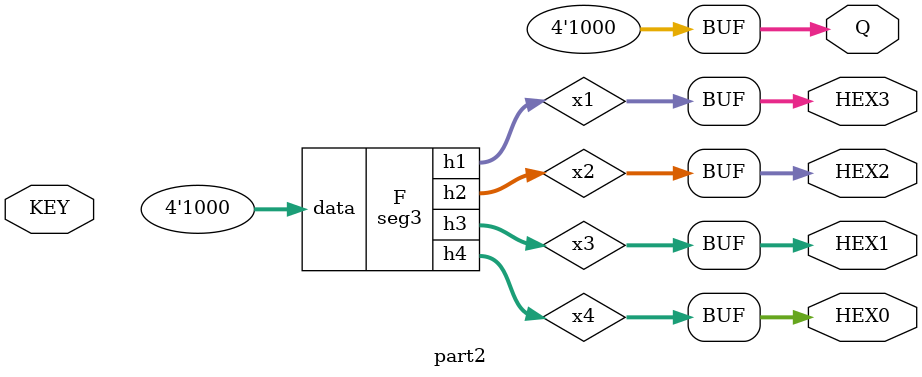
<source format=v>

module Dff(input D,clock,output reg Q);
always@(posedge clock)
Q<=D;
endmodule

module seg3(data,h1,h2,h3,h4);
input [3:0]data;
output reg [6:0]h1,h2,h3,h4;
always@(*)
begin
case(data)
4'b0001:
begin
h1=7'b00110000;
h2=7'b00010000;
h2=7'b00010000;
h4=7'b01001000;
end

4'b1000:
begin
h4=7'b00110000;
h1=7'b00010000;
h2=7'b00010000;
h3=7'b01001000;
end
4'b0100:
begin
h3=7'b00110000;
h4=7'b00010000;
h1=7'b00010000;
h2=7'b01001000;
end
4'b0010:
begin
h2=7'b00110000;
h3=7'b00010000;
h4=7'b00010000;
h1=7'b01001000;
end
endcase
end

endmodule


module part2(KEY,Q,HEX0,HEX1,HEX2,HEX3);
input [1:0]KEY;
output [3:0]Q;
output [6:0]HEX0,HEX1,HEX2,HEX3;
assign Q[0]=1'b0;
assign Q[1]=1'b0;
assign Q[2]=1'b0;
assign Q[3]=1'b1; 
wire [6:0]x1,x2,x3,x4;

Dff a1(Q[0],KEY[0],Q[1]);
Dff a2(Q[1],KEY[0],Q[2]);
Dff a3(Q[2],KEY[0],Q[3]);
Dff a4(Q[3],KEY[0],Q[0]);

seg3 F(Q,x1,x2,x3,x4);

assign HEX0=x4;
assign HEX1=x3;
assign HEX2=x2;
assign HEX3=x1;

endmodule


</source>
